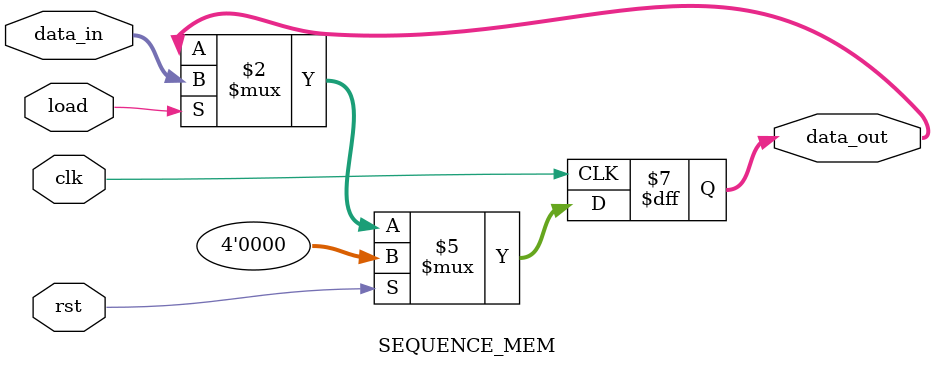
<source format=v>
module SEQUENCE_MEM (
    input  wire       clk,
    input  wire       rst,         // Synchronous reset
    input  wire       load,        // Load signal
    input  wire [3:0] data_in,     // Data to load
    output reg  [3:0] data_out     // Always reflects current count value
);

    always @(posedge clk) begin
        if (rst)
            data_out <= 4'b0000;
        else if (load)
            data_out <= data_in;
       
    end

endmodule
</source>
